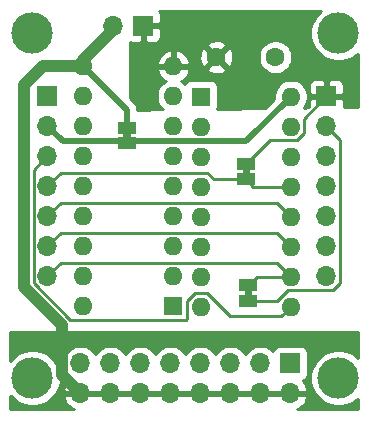
<source format=gbr>
%TF.GenerationSoftware,KiCad,Pcbnew,5.1.7+dfsg1-1*%
%TF.CreationDate,2020-10-21T16:59:47-04:00*%
%TF.ProjectId,74HC595Breakout,37344843-3539-4354-9272-65616b6f7574,rev?*%
%TF.SameCoordinates,Original*%
%TF.FileFunction,Copper,L2,Bot*%
%TF.FilePolarity,Positive*%
%FSLAX46Y46*%
G04 Gerber Fmt 4.6, Leading zero omitted, Abs format (unit mm)*
G04 Created by KiCad (PCBNEW 5.1.7+dfsg1-1) date 2020-10-21 16:59:47*
%MOMM*%
%LPD*%
G01*
G04 APERTURE LIST*
%TA.AperFunction,EtchedComponent*%
%ADD10C,0.100000*%
%TD*%
%TA.AperFunction,ComponentPad*%
%ADD11R,1.600000X1.600000*%
%TD*%
%TA.AperFunction,ComponentPad*%
%ADD12O,1.600000X1.600000*%
%TD*%
%TA.AperFunction,ComponentPad*%
%ADD13C,3.500000*%
%TD*%
%TA.AperFunction,ComponentPad*%
%ADD14C,1.600000*%
%TD*%
%TA.AperFunction,SMDPad,CuDef*%
%ADD15R,1.500000X1.000000*%
%TD*%
%TA.AperFunction,ComponentPad*%
%ADD16O,1.700000X1.700000*%
%TD*%
%TA.AperFunction,ComponentPad*%
%ADD17R,1.700000X1.700000*%
%TD*%
%TA.AperFunction,Conductor*%
%ADD18C,0.250000*%
%TD*%
%TA.AperFunction,Conductor*%
%ADD19C,0.500000*%
%TD*%
%TA.AperFunction,Conductor*%
%ADD20C,1.000000*%
%TD*%
%TA.AperFunction,Conductor*%
%ADD21C,0.254000*%
%TD*%
%TA.AperFunction,Conductor*%
%ADD22C,0.100000*%
%TD*%
G04 APERTURE END LIST*
D10*
%TO.C,JP1*%
G36*
X140000000Y-99706000D02*
G01*
X140000000Y-99206000D01*
X139400000Y-99206000D01*
X139400000Y-99706000D01*
X140000000Y-99706000D01*
G37*
%TO.C,JP2*%
G36*
X139800000Y-89450000D02*
G01*
X139800000Y-88950000D01*
X139200000Y-88950000D01*
X139200000Y-89450000D01*
X139800000Y-89450000D01*
G37*
%TO.C,JP3*%
G36*
X129713000Y-86356000D02*
G01*
X129713000Y-85856000D01*
X129113000Y-85856000D01*
X129113000Y-86356000D01*
X129713000Y-86356000D01*
G37*
%TD*%
D11*
%TO.P,U2,1*%
%TO.N,Net-(U1-Pad15)*%
X133350000Y-100584000D03*
D12*
%TO.P,U2,10*%
%TO.N,Vdrive*%
X125730000Y-80264000D03*
%TO.P,U2,2*%
%TO.N,Net-(U1-Pad1)*%
X133350000Y-98044000D03*
%TO.P,U2,11*%
%TO.N,Net-(J3-Pad8)*%
X125730000Y-82804000D03*
%TO.P,U2,3*%
%TO.N,Net-(U1-Pad2)*%
X133350000Y-95504000D03*
%TO.P,U2,12*%
%TO.N,Net-(J3-Pad7)*%
X125730000Y-85344000D03*
%TO.P,U2,4*%
%TO.N,Net-(U1-Pad3)*%
X133350000Y-92964000D03*
%TO.P,U2,13*%
%TO.N,Net-(J3-Pad6)*%
X125730000Y-87884000D03*
%TO.P,U2,5*%
%TO.N,Net-(U1-Pad4)*%
X133350000Y-90424000D03*
%TO.P,U2,14*%
%TO.N,Net-(J3-Pad5)*%
X125730000Y-90424000D03*
%TO.P,U2,6*%
%TO.N,Net-(U1-Pad5)*%
X133350000Y-87884000D03*
%TO.P,U2,15*%
%TO.N,Net-(J3-Pad4)*%
X125730000Y-92964000D03*
%TO.P,U2,7*%
%TO.N,Net-(U1-Pad6)*%
X133350000Y-85344000D03*
%TO.P,U2,16*%
%TO.N,Net-(J3-Pad3)*%
X125730000Y-95504000D03*
%TO.P,U2,8*%
%TO.N,Net-(U1-Pad7)*%
X133350000Y-82804000D03*
%TO.P,U2,17*%
%TO.N,Net-(J3-Pad2)*%
X125730000Y-98044000D03*
%TO.P,U2,9*%
%TO.N,GND*%
X133350000Y-80264000D03*
%TO.P,U2,18*%
%TO.N,Net-(J3-Pad1)*%
X125730000Y-100584000D03*
%TD*%
D13*
%TO.P,REF\u002A\u002A,1*%
%TO.N,N/C*%
X147320000Y-77470000D03*
%TD*%
%TO.P,REF\u002A\u002A,1*%
%TO.N,N/C*%
X121412000Y-77470000D03*
%TD*%
%TO.P,REF\u002A\u002A,1*%
%TO.N,N/C*%
X121412000Y-106680000D03*
%TD*%
%TO.P,REF\u002A\u002A,1*%
%TO.N,N/C*%
X147320000Y-106680000D03*
%TD*%
D14*
%TO.P,C1,1*%
%TO.N,VCC*%
X141986000Y-79502000D03*
%TO.P,C1,2*%
%TO.N,GND*%
X136986000Y-79502000D03*
%TD*%
D15*
%TO.P,JP1,1*%
%TO.N,VCC*%
X139700000Y-100106000D03*
%TO.P,JP1,2*%
%TO.N,/SRCLR*%
X139700000Y-98806000D03*
%TD*%
%TO.P,JP2,2*%
%TO.N,GND*%
X139500000Y-88550000D03*
%TO.P,JP2,1*%
%TO.N,/OE*%
X139500000Y-89850000D03*
%TD*%
D11*
%TO.P,U1,1*%
%TO.N,Net-(U1-Pad1)*%
X135675001Y-82825001D03*
D12*
%TO.P,U1,9*%
%TO.N,Net-(J2-Pad3)*%
X143295001Y-100605001D03*
%TO.P,U1,2*%
%TO.N,Net-(U1-Pad2)*%
X135675001Y-85365001D03*
%TO.P,U1,10*%
%TO.N,/SRCLR*%
X143295001Y-98065001D03*
%TO.P,U1,3*%
%TO.N,Net-(U1-Pad3)*%
X135675001Y-87905001D03*
%TO.P,U1,11*%
%TO.N,Net-(J1-Pad6)*%
X143295001Y-95525001D03*
%TO.P,U1,4*%
%TO.N,Net-(U1-Pad4)*%
X135675001Y-90445001D03*
%TO.P,U1,12*%
%TO.N,Net-(J1-Pad5)*%
X143295001Y-92985001D03*
%TO.P,U1,5*%
%TO.N,Net-(U1-Pad5)*%
X135675001Y-92985001D03*
%TO.P,U1,13*%
%TO.N,/OE*%
X143295001Y-90445001D03*
%TO.P,U1,6*%
%TO.N,Net-(U1-Pad6)*%
X135675001Y-95525001D03*
%TO.P,U1,14*%
%TO.N,Net-(J1-Pad3)*%
X143295001Y-87905001D03*
%TO.P,U1,7*%
%TO.N,Net-(U1-Pad7)*%
X135675001Y-98065001D03*
%TO.P,U1,15*%
%TO.N,Net-(U1-Pad15)*%
X143295001Y-85365001D03*
%TO.P,U1,8*%
%TO.N,GND*%
X135675001Y-100605001D03*
%TO.P,U1,16*%
%TO.N,VCC*%
X143295001Y-82825001D03*
%TD*%
D16*
%TO.P,J1,7*%
%TO.N,/SRCLR*%
X146304000Y-98044000D03*
%TO.P,J1,6*%
%TO.N,Net-(J1-Pad6)*%
X146304000Y-95504000D03*
%TO.P,J1,5*%
%TO.N,Net-(J1-Pad5)*%
X146304000Y-92964000D03*
%TO.P,J1,4*%
%TO.N,/OE*%
X146304000Y-90424000D03*
%TO.P,J1,3*%
%TO.N,Net-(J1-Pad3)*%
X146304000Y-87884000D03*
%TO.P,J1,2*%
%TO.N,VCC*%
X146304000Y-85344000D03*
D17*
%TO.P,J1,1*%
%TO.N,GND*%
X146304000Y-82804000D03*
%TD*%
%TO.P,J2,1*%
%TO.N,GND*%
X122682000Y-82804000D03*
D16*
%TO.P,J2,2*%
%TO.N,VCC*%
X122682000Y-85344000D03*
%TO.P,J2,3*%
%TO.N,Net-(J2-Pad3)*%
X122682000Y-87884000D03*
%TO.P,J2,4*%
%TO.N,/OE*%
X122682000Y-90424000D03*
%TO.P,J2,5*%
%TO.N,Net-(J1-Pad5)*%
X122682000Y-92964000D03*
%TO.P,J2,6*%
%TO.N,Net-(J1-Pad6)*%
X122682000Y-95504000D03*
%TO.P,J2,7*%
%TO.N,/SRCLR*%
X122682000Y-98044000D03*
%TD*%
D17*
%TO.P,J3,1*%
%TO.N,Net-(J3-Pad1)*%
X143256000Y-105410000D03*
D16*
%TO.P,J3,9*%
%TO.N,Vdrive*%
X143256000Y-107950000D03*
%TO.P,J3,2*%
%TO.N,Net-(J3-Pad2)*%
X140716000Y-105410000D03*
%TO.P,J3,10*%
%TO.N,Vdrive*%
X140716000Y-107950000D03*
%TO.P,J3,3*%
%TO.N,Net-(J3-Pad3)*%
X138176000Y-105410000D03*
%TO.P,J3,11*%
%TO.N,Vdrive*%
X138176000Y-107950000D03*
%TO.P,J3,4*%
%TO.N,Net-(J3-Pad4)*%
X135636000Y-105410000D03*
%TO.P,J3,12*%
%TO.N,Vdrive*%
X135636000Y-107950000D03*
%TO.P,J3,5*%
%TO.N,Net-(J3-Pad5)*%
X133096000Y-105410000D03*
%TO.P,J3,13*%
%TO.N,Vdrive*%
X133096000Y-107950000D03*
%TO.P,J3,6*%
%TO.N,Net-(J3-Pad6)*%
X130556000Y-105410000D03*
%TO.P,J3,14*%
%TO.N,Vdrive*%
X130556000Y-107950000D03*
%TO.P,J3,7*%
%TO.N,Net-(J3-Pad7)*%
X128016000Y-105410000D03*
%TO.P,J3,15*%
%TO.N,Vdrive*%
X128016000Y-107950000D03*
%TO.P,J3,8*%
%TO.N,Net-(J3-Pad8)*%
X125476000Y-105410000D03*
%TO.P,J3,16*%
%TO.N,Vdrive*%
X125476000Y-107950000D03*
%TD*%
D17*
%TO.P,J4,1*%
%TO.N,GND*%
X130810000Y-76835000D03*
D16*
%TO.P,J4,2*%
%TO.N,Vdrive*%
X128270000Y-76835000D03*
%TD*%
D15*
%TO.P,JP3,1*%
%TO.N,VCC*%
X129413000Y-86756000D03*
%TO.P,JP3,2*%
%TO.N,Vdrive*%
X129413000Y-85456000D03*
%TD*%
D18*
%TO.N,VCC*%
X147479001Y-86519001D02*
X146304000Y-85344000D01*
X147479001Y-98608001D02*
X147479001Y-86519001D01*
X143015999Y-99219001D02*
X146868001Y-99219001D01*
X142129000Y-100106000D02*
X143015999Y-99219001D01*
X146868001Y-99219001D02*
X147479001Y-98608001D01*
X139700000Y-100106000D02*
X142129000Y-100106000D01*
D19*
X123971999Y-86633999D02*
X122682000Y-85344000D01*
X129290999Y-86633999D02*
X123971999Y-86633999D01*
X129413000Y-86756000D02*
X129290999Y-86633999D01*
X139486003Y-86633999D02*
X143295001Y-82825001D01*
X129535001Y-86633999D02*
X139486003Y-86633999D01*
X129413000Y-86756000D02*
X129535001Y-86633999D01*
D18*
%TO.N,GND*%
X144420002Y-84687998D02*
X146304000Y-82804000D01*
X144420002Y-85905002D02*
X144420002Y-84687998D01*
X143835002Y-86490002D02*
X144420002Y-85905002D01*
X141559998Y-86490002D02*
X143835002Y-86490002D01*
X139500000Y-88550000D02*
X141559998Y-86490002D01*
%TO.N,/SRCLR*%
X140440999Y-98065001D02*
X139700000Y-98806000D01*
X143295001Y-98065001D02*
X140440999Y-98065001D01*
X142148999Y-96918999D02*
X143295001Y-98065001D01*
X123807001Y-96918999D02*
X142148999Y-96918999D01*
X122682000Y-98044000D02*
X123807001Y-96918999D01*
%TO.N,Net-(J1-Pad6)*%
X123807001Y-94378999D02*
X122682000Y-95504000D01*
X142148999Y-94378999D02*
X123807001Y-94378999D01*
X143295001Y-95525001D02*
X142148999Y-94378999D01*
%TO.N,/OE*%
X140095001Y-90445001D02*
X139500000Y-89850000D01*
X143295001Y-90445001D02*
X140095001Y-90445001D01*
X136745002Y-89850000D02*
X136194001Y-89298999D01*
X123807001Y-89298999D02*
X122682000Y-90424000D01*
X136194001Y-89298999D02*
X123807001Y-89298999D01*
X139500000Y-89850000D02*
X136745002Y-89850000D01*
%TO.N,Net-(J2-Pad3)*%
X121506999Y-98608001D02*
X121506999Y-89059001D01*
X134475001Y-101644001D02*
X134410001Y-101709001D01*
X134475001Y-100139999D02*
X134475001Y-101644001D01*
X136215002Y-99480000D02*
X135135000Y-99480000D01*
X138140002Y-101405000D02*
X136215002Y-99480000D01*
X135135000Y-99480000D02*
X134475001Y-100139999D01*
X142495002Y-101405000D02*
X138140002Y-101405000D01*
X121506999Y-89059001D02*
X122682000Y-87884000D01*
X124607999Y-101709001D02*
X121506999Y-98608001D01*
X134410001Y-101709001D02*
X124607999Y-101709001D01*
X143295001Y-100605001D02*
X142495002Y-101405000D01*
%TO.N,Net-(J1-Pad5)*%
X123807001Y-91838999D02*
X122682000Y-92964000D01*
X142148999Y-91838999D02*
X123807001Y-91838999D01*
X143295001Y-92985001D02*
X142148999Y-91838999D01*
%TO.N,Vdrive*%
X125730000Y-80264000D02*
X125984000Y-80264000D01*
D20*
X123925999Y-102193742D02*
X123925999Y-106399999D01*
X120681988Y-98949731D02*
X123925999Y-102193742D01*
X120681988Y-81844010D02*
X120681988Y-98949731D01*
X122261998Y-80264000D02*
X120681988Y-81844010D01*
X123925999Y-106399999D02*
X125476000Y-107950000D01*
X125984000Y-80264000D02*
X122261998Y-80264000D01*
D19*
X129413000Y-83947000D02*
X125730000Y-80264000D01*
X129413000Y-85456000D02*
X129413000Y-83947000D01*
D20*
X125730000Y-79756000D02*
X128270000Y-77216000D01*
X125730000Y-80264000D02*
X125730000Y-79756000D01*
%TD*%
D21*
%TO.N,Vdrive*%
X148946001Y-104933102D02*
X148840349Y-104827450D01*
X148449721Y-104566440D01*
X148015679Y-104386654D01*
X147554902Y-104295000D01*
X147085098Y-104295000D01*
X146624321Y-104386654D01*
X146190279Y-104566440D01*
X145799651Y-104827450D01*
X145467450Y-105159651D01*
X145206440Y-105550279D01*
X145026654Y-105984321D01*
X144935000Y-106445098D01*
X144935000Y-106914902D01*
X145026654Y-107375679D01*
X145206440Y-107809721D01*
X145467450Y-108200349D01*
X145799651Y-108532550D01*
X146190279Y-108793560D01*
X146624321Y-108973346D01*
X147085098Y-109065000D01*
X147554902Y-109065000D01*
X148015679Y-108973346D01*
X148449721Y-108793560D01*
X148840349Y-108532550D01*
X148946001Y-108426898D01*
X148946001Y-109322000D01*
X143812219Y-109322000D01*
X144022920Y-109221641D01*
X144256269Y-109047588D01*
X144451178Y-108831355D01*
X144600157Y-108581252D01*
X144697481Y-108306891D01*
X144576814Y-108077000D01*
X143383000Y-108077000D01*
X143383000Y-108097000D01*
X143129000Y-108097000D01*
X143129000Y-108077000D01*
X140843000Y-108077000D01*
X140843000Y-108097000D01*
X140589000Y-108097000D01*
X140589000Y-108077000D01*
X138303000Y-108077000D01*
X138303000Y-108097000D01*
X138049000Y-108097000D01*
X138049000Y-108077000D01*
X135763000Y-108077000D01*
X135763000Y-108097000D01*
X135509000Y-108097000D01*
X135509000Y-108077000D01*
X133223000Y-108077000D01*
X133223000Y-108097000D01*
X132969000Y-108097000D01*
X132969000Y-108077000D01*
X130683000Y-108077000D01*
X130683000Y-108097000D01*
X130429000Y-108097000D01*
X130429000Y-108077000D01*
X128143000Y-108077000D01*
X128143000Y-108097000D01*
X127889000Y-108097000D01*
X127889000Y-108077000D01*
X125603000Y-108077000D01*
X125603000Y-108097000D01*
X125349000Y-108097000D01*
X125349000Y-108077000D01*
X124155186Y-108077000D01*
X124034519Y-108306891D01*
X124131843Y-108581252D01*
X124280822Y-108831355D01*
X124475731Y-109047588D01*
X124709080Y-109221641D01*
X124919781Y-109322000D01*
X119532000Y-109322000D01*
X119532000Y-108159267D01*
X119559450Y-108200349D01*
X119891651Y-108532550D01*
X120282279Y-108793560D01*
X120716321Y-108973346D01*
X121177098Y-109065000D01*
X121646902Y-109065000D01*
X122107679Y-108973346D01*
X122541721Y-108793560D01*
X122932349Y-108532550D01*
X123264550Y-108200349D01*
X123525560Y-107809721D01*
X123705346Y-107375679D01*
X123797000Y-106914902D01*
X123797000Y-106445098D01*
X123705346Y-105984321D01*
X123525560Y-105550279D01*
X123334101Y-105263740D01*
X123991000Y-105263740D01*
X123991000Y-105556260D01*
X124048068Y-105843158D01*
X124160010Y-106113411D01*
X124322525Y-106356632D01*
X124529368Y-106563475D01*
X124705406Y-106681100D01*
X124475731Y-106852412D01*
X124280822Y-107068645D01*
X124131843Y-107318748D01*
X124034519Y-107593109D01*
X124155186Y-107823000D01*
X125349000Y-107823000D01*
X125349000Y-107803000D01*
X125603000Y-107803000D01*
X125603000Y-107823000D01*
X127889000Y-107823000D01*
X127889000Y-107803000D01*
X128143000Y-107803000D01*
X128143000Y-107823000D01*
X130429000Y-107823000D01*
X130429000Y-107803000D01*
X130683000Y-107803000D01*
X130683000Y-107823000D01*
X132969000Y-107823000D01*
X132969000Y-107803000D01*
X133223000Y-107803000D01*
X133223000Y-107823000D01*
X135509000Y-107823000D01*
X135509000Y-107803000D01*
X135763000Y-107803000D01*
X135763000Y-107823000D01*
X138049000Y-107823000D01*
X138049000Y-107803000D01*
X138303000Y-107803000D01*
X138303000Y-107823000D01*
X140589000Y-107823000D01*
X140589000Y-107803000D01*
X140843000Y-107803000D01*
X140843000Y-107823000D01*
X143129000Y-107823000D01*
X143129000Y-107803000D01*
X143383000Y-107803000D01*
X143383000Y-107823000D01*
X144576814Y-107823000D01*
X144697481Y-107593109D01*
X144600157Y-107318748D01*
X144451178Y-107068645D01*
X144274374Y-106872498D01*
X144350180Y-106849502D01*
X144460494Y-106790537D01*
X144557185Y-106711185D01*
X144636537Y-106614494D01*
X144695502Y-106504180D01*
X144731812Y-106384482D01*
X144744072Y-106260000D01*
X144744072Y-104560000D01*
X144731812Y-104435518D01*
X144695502Y-104315820D01*
X144636537Y-104205506D01*
X144557185Y-104108815D01*
X144460494Y-104029463D01*
X144350180Y-103970498D01*
X144230482Y-103934188D01*
X144106000Y-103921928D01*
X142406000Y-103921928D01*
X142281518Y-103934188D01*
X142161820Y-103970498D01*
X142051506Y-104029463D01*
X141954815Y-104108815D01*
X141875463Y-104205506D01*
X141816498Y-104315820D01*
X141794487Y-104388380D01*
X141662632Y-104256525D01*
X141419411Y-104094010D01*
X141149158Y-103982068D01*
X140862260Y-103925000D01*
X140569740Y-103925000D01*
X140282842Y-103982068D01*
X140012589Y-104094010D01*
X139769368Y-104256525D01*
X139562525Y-104463368D01*
X139446000Y-104637760D01*
X139329475Y-104463368D01*
X139122632Y-104256525D01*
X138879411Y-104094010D01*
X138609158Y-103982068D01*
X138322260Y-103925000D01*
X138029740Y-103925000D01*
X137742842Y-103982068D01*
X137472589Y-104094010D01*
X137229368Y-104256525D01*
X137022525Y-104463368D01*
X136906000Y-104637760D01*
X136789475Y-104463368D01*
X136582632Y-104256525D01*
X136339411Y-104094010D01*
X136069158Y-103982068D01*
X135782260Y-103925000D01*
X135489740Y-103925000D01*
X135202842Y-103982068D01*
X134932589Y-104094010D01*
X134689368Y-104256525D01*
X134482525Y-104463368D01*
X134366000Y-104637760D01*
X134249475Y-104463368D01*
X134042632Y-104256525D01*
X133799411Y-104094010D01*
X133529158Y-103982068D01*
X133242260Y-103925000D01*
X132949740Y-103925000D01*
X132662842Y-103982068D01*
X132392589Y-104094010D01*
X132149368Y-104256525D01*
X131942525Y-104463368D01*
X131826000Y-104637760D01*
X131709475Y-104463368D01*
X131502632Y-104256525D01*
X131259411Y-104094010D01*
X130989158Y-103982068D01*
X130702260Y-103925000D01*
X130409740Y-103925000D01*
X130122842Y-103982068D01*
X129852589Y-104094010D01*
X129609368Y-104256525D01*
X129402525Y-104463368D01*
X129286000Y-104637760D01*
X129169475Y-104463368D01*
X128962632Y-104256525D01*
X128719411Y-104094010D01*
X128449158Y-103982068D01*
X128162260Y-103925000D01*
X127869740Y-103925000D01*
X127582842Y-103982068D01*
X127312589Y-104094010D01*
X127069368Y-104256525D01*
X126862525Y-104463368D01*
X126746000Y-104637760D01*
X126629475Y-104463368D01*
X126422632Y-104256525D01*
X126179411Y-104094010D01*
X125909158Y-103982068D01*
X125622260Y-103925000D01*
X125329740Y-103925000D01*
X125042842Y-103982068D01*
X124772589Y-104094010D01*
X124529368Y-104256525D01*
X124322525Y-104463368D01*
X124160010Y-104706589D01*
X124048068Y-104976842D01*
X123991000Y-105263740D01*
X123334101Y-105263740D01*
X123264550Y-105159651D01*
X122932349Y-104827450D01*
X122541721Y-104566440D01*
X122107679Y-104386654D01*
X121646902Y-104295000D01*
X121177098Y-104295000D01*
X120716321Y-104386654D01*
X120282279Y-104566440D01*
X119891651Y-104827450D01*
X119559450Y-105159651D01*
X119532000Y-105200733D01*
X119532000Y-102743000D01*
X148946001Y-102743000D01*
X148946001Y-104933102D01*
%TA.AperFunction,Conductor*%
D22*
G36*
X148946001Y-104933102D02*
G01*
X148840349Y-104827450D01*
X148449721Y-104566440D01*
X148015679Y-104386654D01*
X147554902Y-104295000D01*
X147085098Y-104295000D01*
X146624321Y-104386654D01*
X146190279Y-104566440D01*
X145799651Y-104827450D01*
X145467450Y-105159651D01*
X145206440Y-105550279D01*
X145026654Y-105984321D01*
X144935000Y-106445098D01*
X144935000Y-106914902D01*
X145026654Y-107375679D01*
X145206440Y-107809721D01*
X145467450Y-108200349D01*
X145799651Y-108532550D01*
X146190279Y-108793560D01*
X146624321Y-108973346D01*
X147085098Y-109065000D01*
X147554902Y-109065000D01*
X148015679Y-108973346D01*
X148449721Y-108793560D01*
X148840349Y-108532550D01*
X148946001Y-108426898D01*
X148946001Y-109322000D01*
X143812219Y-109322000D01*
X144022920Y-109221641D01*
X144256269Y-109047588D01*
X144451178Y-108831355D01*
X144600157Y-108581252D01*
X144697481Y-108306891D01*
X144576814Y-108077000D01*
X143383000Y-108077000D01*
X143383000Y-108097000D01*
X143129000Y-108097000D01*
X143129000Y-108077000D01*
X140843000Y-108077000D01*
X140843000Y-108097000D01*
X140589000Y-108097000D01*
X140589000Y-108077000D01*
X138303000Y-108077000D01*
X138303000Y-108097000D01*
X138049000Y-108097000D01*
X138049000Y-108077000D01*
X135763000Y-108077000D01*
X135763000Y-108097000D01*
X135509000Y-108097000D01*
X135509000Y-108077000D01*
X133223000Y-108077000D01*
X133223000Y-108097000D01*
X132969000Y-108097000D01*
X132969000Y-108077000D01*
X130683000Y-108077000D01*
X130683000Y-108097000D01*
X130429000Y-108097000D01*
X130429000Y-108077000D01*
X128143000Y-108077000D01*
X128143000Y-108097000D01*
X127889000Y-108097000D01*
X127889000Y-108077000D01*
X125603000Y-108077000D01*
X125603000Y-108097000D01*
X125349000Y-108097000D01*
X125349000Y-108077000D01*
X124155186Y-108077000D01*
X124034519Y-108306891D01*
X124131843Y-108581252D01*
X124280822Y-108831355D01*
X124475731Y-109047588D01*
X124709080Y-109221641D01*
X124919781Y-109322000D01*
X119532000Y-109322000D01*
X119532000Y-108159267D01*
X119559450Y-108200349D01*
X119891651Y-108532550D01*
X120282279Y-108793560D01*
X120716321Y-108973346D01*
X121177098Y-109065000D01*
X121646902Y-109065000D01*
X122107679Y-108973346D01*
X122541721Y-108793560D01*
X122932349Y-108532550D01*
X123264550Y-108200349D01*
X123525560Y-107809721D01*
X123705346Y-107375679D01*
X123797000Y-106914902D01*
X123797000Y-106445098D01*
X123705346Y-105984321D01*
X123525560Y-105550279D01*
X123334101Y-105263740D01*
X123991000Y-105263740D01*
X123991000Y-105556260D01*
X124048068Y-105843158D01*
X124160010Y-106113411D01*
X124322525Y-106356632D01*
X124529368Y-106563475D01*
X124705406Y-106681100D01*
X124475731Y-106852412D01*
X124280822Y-107068645D01*
X124131843Y-107318748D01*
X124034519Y-107593109D01*
X124155186Y-107823000D01*
X125349000Y-107823000D01*
X125349000Y-107803000D01*
X125603000Y-107803000D01*
X125603000Y-107823000D01*
X127889000Y-107823000D01*
X127889000Y-107803000D01*
X128143000Y-107803000D01*
X128143000Y-107823000D01*
X130429000Y-107823000D01*
X130429000Y-107803000D01*
X130683000Y-107803000D01*
X130683000Y-107823000D01*
X132969000Y-107823000D01*
X132969000Y-107803000D01*
X133223000Y-107803000D01*
X133223000Y-107823000D01*
X135509000Y-107823000D01*
X135509000Y-107803000D01*
X135763000Y-107803000D01*
X135763000Y-107823000D01*
X138049000Y-107823000D01*
X138049000Y-107803000D01*
X138303000Y-107803000D01*
X138303000Y-107823000D01*
X140589000Y-107823000D01*
X140589000Y-107803000D01*
X140843000Y-107803000D01*
X140843000Y-107823000D01*
X143129000Y-107823000D01*
X143129000Y-107803000D01*
X143383000Y-107803000D01*
X143383000Y-107823000D01*
X144576814Y-107823000D01*
X144697481Y-107593109D01*
X144600157Y-107318748D01*
X144451178Y-107068645D01*
X144274374Y-106872498D01*
X144350180Y-106849502D01*
X144460494Y-106790537D01*
X144557185Y-106711185D01*
X144636537Y-106614494D01*
X144695502Y-106504180D01*
X144731812Y-106384482D01*
X144744072Y-106260000D01*
X144744072Y-104560000D01*
X144731812Y-104435518D01*
X144695502Y-104315820D01*
X144636537Y-104205506D01*
X144557185Y-104108815D01*
X144460494Y-104029463D01*
X144350180Y-103970498D01*
X144230482Y-103934188D01*
X144106000Y-103921928D01*
X142406000Y-103921928D01*
X142281518Y-103934188D01*
X142161820Y-103970498D01*
X142051506Y-104029463D01*
X141954815Y-104108815D01*
X141875463Y-104205506D01*
X141816498Y-104315820D01*
X141794487Y-104388380D01*
X141662632Y-104256525D01*
X141419411Y-104094010D01*
X141149158Y-103982068D01*
X140862260Y-103925000D01*
X140569740Y-103925000D01*
X140282842Y-103982068D01*
X140012589Y-104094010D01*
X139769368Y-104256525D01*
X139562525Y-104463368D01*
X139446000Y-104637760D01*
X139329475Y-104463368D01*
X139122632Y-104256525D01*
X138879411Y-104094010D01*
X138609158Y-103982068D01*
X138322260Y-103925000D01*
X138029740Y-103925000D01*
X137742842Y-103982068D01*
X137472589Y-104094010D01*
X137229368Y-104256525D01*
X137022525Y-104463368D01*
X136906000Y-104637760D01*
X136789475Y-104463368D01*
X136582632Y-104256525D01*
X136339411Y-104094010D01*
X136069158Y-103982068D01*
X135782260Y-103925000D01*
X135489740Y-103925000D01*
X135202842Y-103982068D01*
X134932589Y-104094010D01*
X134689368Y-104256525D01*
X134482525Y-104463368D01*
X134366000Y-104637760D01*
X134249475Y-104463368D01*
X134042632Y-104256525D01*
X133799411Y-104094010D01*
X133529158Y-103982068D01*
X133242260Y-103925000D01*
X132949740Y-103925000D01*
X132662842Y-103982068D01*
X132392589Y-104094010D01*
X132149368Y-104256525D01*
X131942525Y-104463368D01*
X131826000Y-104637760D01*
X131709475Y-104463368D01*
X131502632Y-104256525D01*
X131259411Y-104094010D01*
X130989158Y-103982068D01*
X130702260Y-103925000D01*
X130409740Y-103925000D01*
X130122842Y-103982068D01*
X129852589Y-104094010D01*
X129609368Y-104256525D01*
X129402525Y-104463368D01*
X129286000Y-104637760D01*
X129169475Y-104463368D01*
X128962632Y-104256525D01*
X128719411Y-104094010D01*
X128449158Y-103982068D01*
X128162260Y-103925000D01*
X127869740Y-103925000D01*
X127582842Y-103982068D01*
X127312589Y-104094010D01*
X127069368Y-104256525D01*
X126862525Y-104463368D01*
X126746000Y-104637760D01*
X126629475Y-104463368D01*
X126422632Y-104256525D01*
X126179411Y-104094010D01*
X125909158Y-103982068D01*
X125622260Y-103925000D01*
X125329740Y-103925000D01*
X125042842Y-103982068D01*
X124772589Y-104094010D01*
X124529368Y-104256525D01*
X124322525Y-104463368D01*
X124160010Y-104706589D01*
X124048068Y-104976842D01*
X123991000Y-105263740D01*
X123334101Y-105263740D01*
X123264550Y-105159651D01*
X122932349Y-104827450D01*
X122541721Y-104566440D01*
X122107679Y-104386654D01*
X121646902Y-104295000D01*
X121177098Y-104295000D01*
X120716321Y-104386654D01*
X120282279Y-104566440D01*
X119891651Y-104827450D01*
X119559450Y-105159651D01*
X119532000Y-105200733D01*
X119532000Y-102743000D01*
X148946001Y-102743000D01*
X148946001Y-104933102D01*
G37*
%TD.AperFunction*%
%TD*%
D21*
%TO.N,GND*%
X145799651Y-75617450D02*
X145467450Y-75949651D01*
X145206440Y-76340279D01*
X145026654Y-76774321D01*
X144935000Y-77235098D01*
X144935000Y-77704902D01*
X145026654Y-78165679D01*
X145206440Y-78599721D01*
X145467450Y-78990349D01*
X145799651Y-79322550D01*
X146190279Y-79583560D01*
X146624321Y-79763346D01*
X147085098Y-79855000D01*
X147554902Y-79855000D01*
X148015679Y-79763346D01*
X148449721Y-79583560D01*
X148840349Y-79322550D01*
X148946000Y-79216899D01*
X148946000Y-83698194D01*
X147786255Y-83713062D01*
X147792072Y-83654000D01*
X147789000Y-83089750D01*
X147630250Y-82931000D01*
X146431000Y-82931000D01*
X146431000Y-82951000D01*
X146177000Y-82951000D01*
X146177000Y-82931000D01*
X144977750Y-82931000D01*
X144819000Y-83089750D01*
X144815928Y-83654000D01*
X144825483Y-83751021D01*
X144392830Y-83756568D01*
X144409638Y-83739760D01*
X144566681Y-83504728D01*
X144674854Y-83243575D01*
X144730001Y-82966336D01*
X144730001Y-82683666D01*
X144674854Y-82406427D01*
X144566681Y-82145274D01*
X144438877Y-81954000D01*
X144815928Y-81954000D01*
X144819000Y-82518250D01*
X144977750Y-82677000D01*
X146177000Y-82677000D01*
X146177000Y-81477750D01*
X146431000Y-81477750D01*
X146431000Y-82677000D01*
X147630250Y-82677000D01*
X147789000Y-82518250D01*
X147792072Y-81954000D01*
X147779812Y-81829518D01*
X147743502Y-81709820D01*
X147684537Y-81599506D01*
X147605185Y-81502815D01*
X147508494Y-81423463D01*
X147398180Y-81364498D01*
X147278482Y-81328188D01*
X147154000Y-81315928D01*
X146589750Y-81319000D01*
X146431000Y-81477750D01*
X146177000Y-81477750D01*
X146018250Y-81319000D01*
X145454000Y-81315928D01*
X145329518Y-81328188D01*
X145209820Y-81364498D01*
X145099506Y-81423463D01*
X145002815Y-81502815D01*
X144923463Y-81599506D01*
X144864498Y-81709820D01*
X144828188Y-81829518D01*
X144815928Y-81954000D01*
X144438877Y-81954000D01*
X144409638Y-81910242D01*
X144209760Y-81710364D01*
X143974728Y-81553321D01*
X143713575Y-81445148D01*
X143436336Y-81390001D01*
X143153666Y-81390001D01*
X142876427Y-81445148D01*
X142615274Y-81553321D01*
X142380242Y-81710364D01*
X142180364Y-81910242D01*
X142023321Y-82145274D01*
X141915148Y-82406427D01*
X141860001Y-82683666D01*
X141860001Y-82966336D01*
X141866984Y-83001440D01*
X141069246Y-83799178D01*
X137070186Y-83850448D01*
X137100813Y-83749483D01*
X137113073Y-83625001D01*
X137113073Y-82025001D01*
X137100813Y-81900519D01*
X137064503Y-81780821D01*
X137005538Y-81670507D01*
X136926186Y-81573816D01*
X136829495Y-81494464D01*
X136719181Y-81435499D01*
X136599483Y-81399189D01*
X136475001Y-81386929D01*
X134875001Y-81386929D01*
X134750519Y-81399189D01*
X134630821Y-81435499D01*
X134520507Y-81494464D01*
X134423816Y-81573816D01*
X134344464Y-81670507D01*
X134310132Y-81734736D01*
X134264759Y-81689363D01*
X134029727Y-81532320D01*
X134019135Y-81527933D01*
X134205131Y-81416385D01*
X134413519Y-81227414D01*
X134581037Y-81001420D01*
X134701246Y-80747087D01*
X134741904Y-80613039D01*
X134676890Y-80494702D01*
X136172903Y-80494702D01*
X136244486Y-80738671D01*
X136499996Y-80859571D01*
X136774184Y-80928300D01*
X137056512Y-80942217D01*
X137336130Y-80900787D01*
X137602292Y-80805603D01*
X137727514Y-80738671D01*
X137799097Y-80494702D01*
X136986000Y-79681605D01*
X136172903Y-80494702D01*
X134676890Y-80494702D01*
X134619915Y-80391000D01*
X133477000Y-80391000D01*
X133477000Y-80411000D01*
X133223000Y-80411000D01*
X133223000Y-80391000D01*
X132080085Y-80391000D01*
X131958096Y-80613039D01*
X131998754Y-80747087D01*
X132118963Y-81001420D01*
X132286481Y-81227414D01*
X132494869Y-81416385D01*
X132680865Y-81527933D01*
X132670273Y-81532320D01*
X132435241Y-81689363D01*
X132235363Y-81889241D01*
X132078320Y-82124273D01*
X131970147Y-82385426D01*
X131915000Y-82662665D01*
X131915000Y-82945335D01*
X131970147Y-83222574D01*
X132078320Y-83483727D01*
X132235363Y-83718759D01*
X132426586Y-83909982D01*
X130301319Y-83937229D01*
X130298000Y-83903531D01*
X130298000Y-83903523D01*
X130285195Y-83773510D01*
X130268586Y-83718759D01*
X130234589Y-83606686D01*
X130152411Y-83452941D01*
X130069532Y-83351953D01*
X130069530Y-83351951D01*
X130041817Y-83318183D01*
X130008049Y-83290470D01*
X129667000Y-82949421D01*
X129667000Y-79914961D01*
X131958096Y-79914961D01*
X132080085Y-80137000D01*
X133223000Y-80137000D01*
X133223000Y-78993376D01*
X133477000Y-78993376D01*
X133477000Y-80137000D01*
X134619915Y-80137000D01*
X134741904Y-79914961D01*
X134701246Y-79780913D01*
X134602747Y-79572512D01*
X135545783Y-79572512D01*
X135587213Y-79852130D01*
X135682397Y-80118292D01*
X135749329Y-80243514D01*
X135993298Y-80315097D01*
X136806395Y-79502000D01*
X137165605Y-79502000D01*
X137978702Y-80315097D01*
X138222671Y-80243514D01*
X138343571Y-79988004D01*
X138412300Y-79713816D01*
X138426217Y-79431488D01*
X138415724Y-79360665D01*
X140551000Y-79360665D01*
X140551000Y-79643335D01*
X140606147Y-79920574D01*
X140714320Y-80181727D01*
X140871363Y-80416759D01*
X141071241Y-80616637D01*
X141306273Y-80773680D01*
X141567426Y-80881853D01*
X141844665Y-80937000D01*
X142127335Y-80937000D01*
X142404574Y-80881853D01*
X142665727Y-80773680D01*
X142900759Y-80616637D01*
X143100637Y-80416759D01*
X143257680Y-80181727D01*
X143365853Y-79920574D01*
X143421000Y-79643335D01*
X143421000Y-79360665D01*
X143365853Y-79083426D01*
X143257680Y-78822273D01*
X143100637Y-78587241D01*
X142900759Y-78387363D01*
X142665727Y-78230320D01*
X142404574Y-78122147D01*
X142127335Y-78067000D01*
X141844665Y-78067000D01*
X141567426Y-78122147D01*
X141306273Y-78230320D01*
X141071241Y-78387363D01*
X140871363Y-78587241D01*
X140714320Y-78822273D01*
X140606147Y-79083426D01*
X140551000Y-79360665D01*
X138415724Y-79360665D01*
X138384787Y-79151870D01*
X138289603Y-78885708D01*
X138222671Y-78760486D01*
X137978702Y-78688903D01*
X137165605Y-79502000D01*
X136806395Y-79502000D01*
X135993298Y-78688903D01*
X135749329Y-78760486D01*
X135628429Y-79015996D01*
X135559700Y-79290184D01*
X135545783Y-79572512D01*
X134602747Y-79572512D01*
X134581037Y-79526580D01*
X134413519Y-79300586D01*
X134205131Y-79111615D01*
X133963881Y-78966930D01*
X133699040Y-78872091D01*
X133477000Y-78993376D01*
X133223000Y-78993376D01*
X133000960Y-78872091D01*
X132736119Y-78966930D01*
X132494869Y-79111615D01*
X132286481Y-79300586D01*
X132118963Y-79526580D01*
X131998754Y-79780913D01*
X131958096Y-79914961D01*
X129667000Y-79914961D01*
X129667000Y-78509298D01*
X136172903Y-78509298D01*
X136986000Y-79322395D01*
X137799097Y-78509298D01*
X137727514Y-78265329D01*
X137472004Y-78144429D01*
X137197816Y-78075700D01*
X136915488Y-78061783D01*
X136635870Y-78103213D01*
X136369708Y-78198397D01*
X136244486Y-78265329D01*
X136172903Y-78509298D01*
X129667000Y-78509298D01*
X129667000Y-78248407D01*
X129715820Y-78274502D01*
X129835518Y-78310812D01*
X129960000Y-78323072D01*
X130524250Y-78320000D01*
X130683000Y-78161250D01*
X130683000Y-76962000D01*
X130937000Y-76962000D01*
X130937000Y-78161250D01*
X131095750Y-78320000D01*
X131660000Y-78323072D01*
X131784482Y-78310812D01*
X131904180Y-78274502D01*
X132014494Y-78215537D01*
X132111185Y-78136185D01*
X132190537Y-78039494D01*
X132249502Y-77929180D01*
X132285812Y-77809482D01*
X132298072Y-77685000D01*
X132295000Y-77120750D01*
X132136250Y-76962000D01*
X130937000Y-76962000D01*
X130683000Y-76962000D01*
X130663000Y-76962000D01*
X130663000Y-76708000D01*
X130683000Y-76708000D01*
X130683000Y-76688000D01*
X130937000Y-76688000D01*
X130937000Y-76708000D01*
X132136250Y-76708000D01*
X132295000Y-76549250D01*
X132298072Y-75985000D01*
X132285812Y-75860518D01*
X132249502Y-75740820D01*
X132190537Y-75630506D01*
X132157295Y-75590000D01*
X145840733Y-75590000D01*
X145799651Y-75617450D01*
%TA.AperFunction,Conductor*%
D22*
G36*
X145799651Y-75617450D02*
G01*
X145467450Y-75949651D01*
X145206440Y-76340279D01*
X145026654Y-76774321D01*
X144935000Y-77235098D01*
X144935000Y-77704902D01*
X145026654Y-78165679D01*
X145206440Y-78599721D01*
X145467450Y-78990349D01*
X145799651Y-79322550D01*
X146190279Y-79583560D01*
X146624321Y-79763346D01*
X147085098Y-79855000D01*
X147554902Y-79855000D01*
X148015679Y-79763346D01*
X148449721Y-79583560D01*
X148840349Y-79322550D01*
X148946000Y-79216899D01*
X148946000Y-83698194D01*
X147786255Y-83713062D01*
X147792072Y-83654000D01*
X147789000Y-83089750D01*
X147630250Y-82931000D01*
X146431000Y-82931000D01*
X146431000Y-82951000D01*
X146177000Y-82951000D01*
X146177000Y-82931000D01*
X144977750Y-82931000D01*
X144819000Y-83089750D01*
X144815928Y-83654000D01*
X144825483Y-83751021D01*
X144392830Y-83756568D01*
X144409638Y-83739760D01*
X144566681Y-83504728D01*
X144674854Y-83243575D01*
X144730001Y-82966336D01*
X144730001Y-82683666D01*
X144674854Y-82406427D01*
X144566681Y-82145274D01*
X144438877Y-81954000D01*
X144815928Y-81954000D01*
X144819000Y-82518250D01*
X144977750Y-82677000D01*
X146177000Y-82677000D01*
X146177000Y-81477750D01*
X146431000Y-81477750D01*
X146431000Y-82677000D01*
X147630250Y-82677000D01*
X147789000Y-82518250D01*
X147792072Y-81954000D01*
X147779812Y-81829518D01*
X147743502Y-81709820D01*
X147684537Y-81599506D01*
X147605185Y-81502815D01*
X147508494Y-81423463D01*
X147398180Y-81364498D01*
X147278482Y-81328188D01*
X147154000Y-81315928D01*
X146589750Y-81319000D01*
X146431000Y-81477750D01*
X146177000Y-81477750D01*
X146018250Y-81319000D01*
X145454000Y-81315928D01*
X145329518Y-81328188D01*
X145209820Y-81364498D01*
X145099506Y-81423463D01*
X145002815Y-81502815D01*
X144923463Y-81599506D01*
X144864498Y-81709820D01*
X144828188Y-81829518D01*
X144815928Y-81954000D01*
X144438877Y-81954000D01*
X144409638Y-81910242D01*
X144209760Y-81710364D01*
X143974728Y-81553321D01*
X143713575Y-81445148D01*
X143436336Y-81390001D01*
X143153666Y-81390001D01*
X142876427Y-81445148D01*
X142615274Y-81553321D01*
X142380242Y-81710364D01*
X142180364Y-81910242D01*
X142023321Y-82145274D01*
X141915148Y-82406427D01*
X141860001Y-82683666D01*
X141860001Y-82966336D01*
X141866984Y-83001440D01*
X141069246Y-83799178D01*
X137070186Y-83850448D01*
X137100813Y-83749483D01*
X137113073Y-83625001D01*
X137113073Y-82025001D01*
X137100813Y-81900519D01*
X137064503Y-81780821D01*
X137005538Y-81670507D01*
X136926186Y-81573816D01*
X136829495Y-81494464D01*
X136719181Y-81435499D01*
X136599483Y-81399189D01*
X136475001Y-81386929D01*
X134875001Y-81386929D01*
X134750519Y-81399189D01*
X134630821Y-81435499D01*
X134520507Y-81494464D01*
X134423816Y-81573816D01*
X134344464Y-81670507D01*
X134310132Y-81734736D01*
X134264759Y-81689363D01*
X134029727Y-81532320D01*
X134019135Y-81527933D01*
X134205131Y-81416385D01*
X134413519Y-81227414D01*
X134581037Y-81001420D01*
X134701246Y-80747087D01*
X134741904Y-80613039D01*
X134676890Y-80494702D01*
X136172903Y-80494702D01*
X136244486Y-80738671D01*
X136499996Y-80859571D01*
X136774184Y-80928300D01*
X137056512Y-80942217D01*
X137336130Y-80900787D01*
X137602292Y-80805603D01*
X137727514Y-80738671D01*
X137799097Y-80494702D01*
X136986000Y-79681605D01*
X136172903Y-80494702D01*
X134676890Y-80494702D01*
X134619915Y-80391000D01*
X133477000Y-80391000D01*
X133477000Y-80411000D01*
X133223000Y-80411000D01*
X133223000Y-80391000D01*
X132080085Y-80391000D01*
X131958096Y-80613039D01*
X131998754Y-80747087D01*
X132118963Y-81001420D01*
X132286481Y-81227414D01*
X132494869Y-81416385D01*
X132680865Y-81527933D01*
X132670273Y-81532320D01*
X132435241Y-81689363D01*
X132235363Y-81889241D01*
X132078320Y-82124273D01*
X131970147Y-82385426D01*
X131915000Y-82662665D01*
X131915000Y-82945335D01*
X131970147Y-83222574D01*
X132078320Y-83483727D01*
X132235363Y-83718759D01*
X132426586Y-83909982D01*
X130301319Y-83937229D01*
X130298000Y-83903531D01*
X130298000Y-83903523D01*
X130285195Y-83773510D01*
X130268586Y-83718759D01*
X130234589Y-83606686D01*
X130152411Y-83452941D01*
X130069532Y-83351953D01*
X130069530Y-83351951D01*
X130041817Y-83318183D01*
X130008049Y-83290470D01*
X129667000Y-82949421D01*
X129667000Y-79914961D01*
X131958096Y-79914961D01*
X132080085Y-80137000D01*
X133223000Y-80137000D01*
X133223000Y-78993376D01*
X133477000Y-78993376D01*
X133477000Y-80137000D01*
X134619915Y-80137000D01*
X134741904Y-79914961D01*
X134701246Y-79780913D01*
X134602747Y-79572512D01*
X135545783Y-79572512D01*
X135587213Y-79852130D01*
X135682397Y-80118292D01*
X135749329Y-80243514D01*
X135993298Y-80315097D01*
X136806395Y-79502000D01*
X137165605Y-79502000D01*
X137978702Y-80315097D01*
X138222671Y-80243514D01*
X138343571Y-79988004D01*
X138412300Y-79713816D01*
X138426217Y-79431488D01*
X138415724Y-79360665D01*
X140551000Y-79360665D01*
X140551000Y-79643335D01*
X140606147Y-79920574D01*
X140714320Y-80181727D01*
X140871363Y-80416759D01*
X141071241Y-80616637D01*
X141306273Y-80773680D01*
X141567426Y-80881853D01*
X141844665Y-80937000D01*
X142127335Y-80937000D01*
X142404574Y-80881853D01*
X142665727Y-80773680D01*
X142900759Y-80616637D01*
X143100637Y-80416759D01*
X143257680Y-80181727D01*
X143365853Y-79920574D01*
X143421000Y-79643335D01*
X143421000Y-79360665D01*
X143365853Y-79083426D01*
X143257680Y-78822273D01*
X143100637Y-78587241D01*
X142900759Y-78387363D01*
X142665727Y-78230320D01*
X142404574Y-78122147D01*
X142127335Y-78067000D01*
X141844665Y-78067000D01*
X141567426Y-78122147D01*
X141306273Y-78230320D01*
X141071241Y-78387363D01*
X140871363Y-78587241D01*
X140714320Y-78822273D01*
X140606147Y-79083426D01*
X140551000Y-79360665D01*
X138415724Y-79360665D01*
X138384787Y-79151870D01*
X138289603Y-78885708D01*
X138222671Y-78760486D01*
X137978702Y-78688903D01*
X137165605Y-79502000D01*
X136806395Y-79502000D01*
X135993298Y-78688903D01*
X135749329Y-78760486D01*
X135628429Y-79015996D01*
X135559700Y-79290184D01*
X135545783Y-79572512D01*
X134602747Y-79572512D01*
X134581037Y-79526580D01*
X134413519Y-79300586D01*
X134205131Y-79111615D01*
X133963881Y-78966930D01*
X133699040Y-78872091D01*
X133477000Y-78993376D01*
X133223000Y-78993376D01*
X133000960Y-78872091D01*
X132736119Y-78966930D01*
X132494869Y-79111615D01*
X132286481Y-79300586D01*
X132118963Y-79526580D01*
X131998754Y-79780913D01*
X131958096Y-79914961D01*
X129667000Y-79914961D01*
X129667000Y-78509298D01*
X136172903Y-78509298D01*
X136986000Y-79322395D01*
X137799097Y-78509298D01*
X137727514Y-78265329D01*
X137472004Y-78144429D01*
X137197816Y-78075700D01*
X136915488Y-78061783D01*
X136635870Y-78103213D01*
X136369708Y-78198397D01*
X136244486Y-78265329D01*
X136172903Y-78509298D01*
X129667000Y-78509298D01*
X129667000Y-78248407D01*
X129715820Y-78274502D01*
X129835518Y-78310812D01*
X129960000Y-78323072D01*
X130524250Y-78320000D01*
X130683000Y-78161250D01*
X130683000Y-76962000D01*
X130937000Y-76962000D01*
X130937000Y-78161250D01*
X131095750Y-78320000D01*
X131660000Y-78323072D01*
X131784482Y-78310812D01*
X131904180Y-78274502D01*
X132014494Y-78215537D01*
X132111185Y-78136185D01*
X132190537Y-78039494D01*
X132249502Y-77929180D01*
X132285812Y-77809482D01*
X132298072Y-77685000D01*
X132295000Y-77120750D01*
X132136250Y-76962000D01*
X130937000Y-76962000D01*
X130683000Y-76962000D01*
X130663000Y-76962000D01*
X130663000Y-76708000D01*
X130683000Y-76708000D01*
X130683000Y-76688000D01*
X130937000Y-76688000D01*
X130937000Y-76708000D01*
X132136250Y-76708000D01*
X132295000Y-76549250D01*
X132298072Y-75985000D01*
X132285812Y-75860518D01*
X132249502Y-75740820D01*
X132190537Y-75630506D01*
X132157295Y-75590000D01*
X145840733Y-75590000D01*
X145799651Y-75617450D01*
G37*
%TD.AperFunction*%
%TD*%
M02*

</source>
